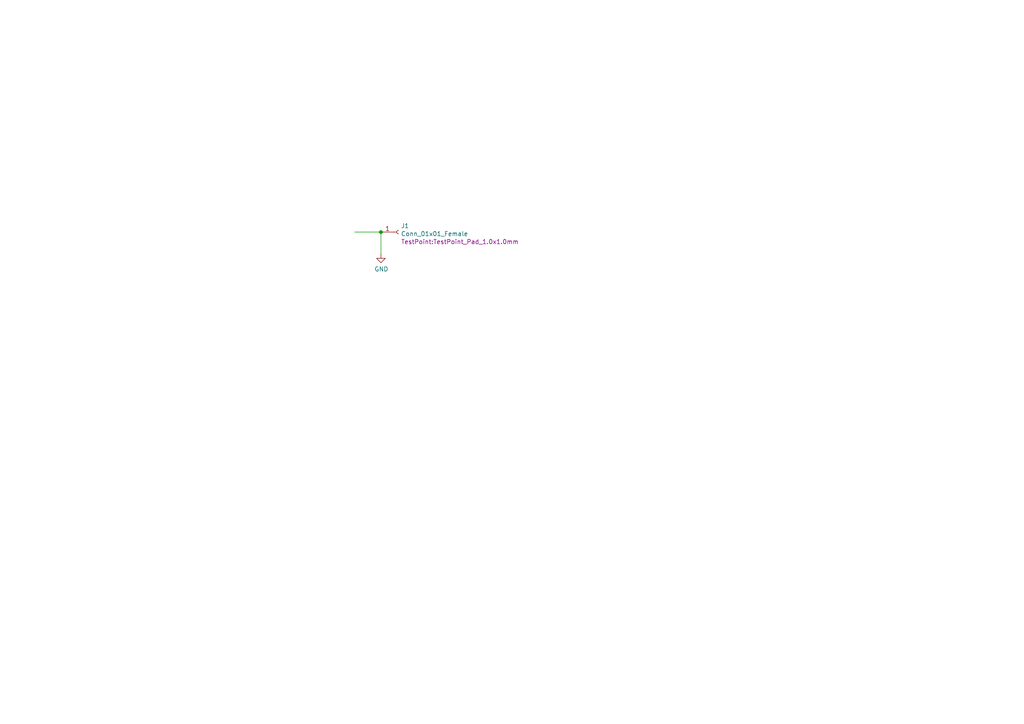
<source format=kicad_sch>
(kicad_sch (version 20230121) (generator eeschema)

  (uuid 994ebcf2-7f9b-4ef3-8bdb-be6ed4f41515)

  (paper "A4")

  (title_block
    (date "2023-05-26")
  )

  (lib_symbols
    (symbol "Connector:Conn_01x01_Female" (pin_names (offset 1.016) hide) (in_bom yes) (on_board yes)
      (property "Reference" "J" (at 0 2.54 0)
        (effects (font (size 1.27 1.27)))
      )
      (property "Value" "Conn_01x01_Female" (at 0 -2.54 0)
        (effects (font (size 1.27 1.27)))
      )
      (property "Footprint" "" (at 0 0 0)
        (effects (font (size 1.27 1.27)) hide)
      )
      (property "Datasheet" "~" (at 0 0 0)
        (effects (font (size 1.27 1.27)) hide)
      )
      (property "ki_keywords" "connector" (at 0 0 0)
        (effects (font (size 1.27 1.27)) hide)
      )
      (property "ki_description" "Generic connector, single row, 01x01, script generated (kicad-library-utils/schlib/autogen/connector/)" (at 0 0 0)
        (effects (font (size 1.27 1.27)) hide)
      )
      (property "ki_fp_filters" "Connector*:*" (at 0 0 0)
        (effects (font (size 1.27 1.27)) hide)
      )
      (symbol "Conn_01x01_Female_1_1"
        (polyline
          (pts
            (xy -1.27 0)
            (xy -0.508 0)
          )
          (stroke (width 0.1524) (type default))
          (fill (type none))
        )
        (arc (start 0 0.508) (mid -0.5058 0) (end 0 -0.508)
          (stroke (width 0.1524) (type default))
          (fill (type none))
        )
        (pin passive line (at -5.08 0 0) (length 3.81)
          (name "Pin_1" (effects (font (size 1.27 1.27))))
          (number "1" (effects (font (size 1.27 1.27))))
        )
      )
    )
    (symbol "power:GND" (power) (pin_names (offset 0)) (in_bom yes) (on_board yes)
      (property "Reference" "#PWR" (at 0 -6.35 0)
        (effects (font (size 1.27 1.27)) hide)
      )
      (property "Value" "GND" (at 0 -3.81 0)
        (effects (font (size 1.27 1.27)))
      )
      (property "Footprint" "" (at 0 0 0)
        (effects (font (size 1.27 1.27)) hide)
      )
      (property "Datasheet" "" (at 0 0 0)
        (effects (font (size 1.27 1.27)) hide)
      )
      (property "ki_keywords" "power-flag" (at 0 0 0)
        (effects (font (size 1.27 1.27)) hide)
      )
      (property "ki_description" "Power symbol creates a global label with name \"GND\" , ground" (at 0 0 0)
        (effects (font (size 1.27 1.27)) hide)
      )
      (symbol "GND_0_1"
        (polyline
          (pts
            (xy 0 0)
            (xy 0 -1.27)
            (xy 1.27 -1.27)
            (xy 0 -2.54)
            (xy -1.27 -1.27)
            (xy 0 -1.27)
          )
          (stroke (width 0) (type default))
          (fill (type none))
        )
      )
      (symbol "GND_1_1"
        (pin power_in line (at 0 0 270) (length 0) hide
          (name "GND" (effects (font (size 1.27 1.27))))
          (number "1" (effects (font (size 1.27 1.27))))
        )
      )
    )
  )

  (junction (at 110.49 67.31) (diameter 0) (color 0 0 0 0)
    (uuid 7e672b15-1ef4-41f4-a78b-f21c4c9d058c)
  )

  (wire (pts (xy 102.87 67.31) (xy 110.49 67.31))
    (stroke (width 0) (type default))
    (uuid 9b95a9f5-dc64-4caf-be29-c625ad5f3731)
  )
  (wire (pts (xy 110.49 67.31) (xy 110.49 73.66))
    (stroke (width 0) (type default))
    (uuid e3da0878-1739-400d-b650-077c7e098db9)
  )

  (symbol (lib_id "power:GND") (at 110.49 73.66 0) (unit 1)
    (in_bom yes) (on_board yes) (dnp no)
    (uuid 00000000-0000-0000-0000-00005e6d7567)
    (property "Reference" "#PWR0101" (at 110.49 80.01 0)
      (effects (font (size 1.27 1.27)) hide)
    )
    (property "Value" "GND" (at 110.617 78.0542 0)
      (effects (font (size 1.27 1.27)))
    )
    (property "Footprint" "" (at 110.49 73.66 0)
      (effects (font (size 1.27 1.27)) hide)
    )
    (property "Datasheet" "" (at 110.49 73.66 0)
      (effects (font (size 1.27 1.27)) hide)
    )
    (pin "1" (uuid 91ef58d0-1042-439f-901c-be4fcd03a13b))
    (instances
      (project "LeChiffre_Plate"
        (path "/994ebcf2-7f9b-4ef3-8bdb-be6ed4f41515"
          (reference "#PWR0101") (unit 1)
        )
      )
    )
  )

  (symbol (lib_id "Connector:Conn_01x01_Female") (at 115.57 67.31 0) (unit 1)
    (in_bom yes) (on_board yes) (dnp no)
    (uuid 00000000-0000-0000-0000-00005e6da9e2)
    (property "Reference" "J1" (at 116.2812 65.5066 0)
      (effects (font (size 1.27 1.27)) (justify left))
    )
    (property "Value" "Conn_01x01_Female" (at 116.2812 67.818 0)
      (effects (font (size 1.27 1.27)) (justify left))
    )
    (property "Footprint" "TestPoint:TestPoint_Pad_1.0x1.0mm" (at 116.2812 70.1294 0)
      (effects (font (size 1.27 1.27)) (justify left))
    )
    (property "Datasheet" "~" (at 115.57 67.31 0)
      (effects (font (size 1.27 1.27)) hide)
    )
    (pin "1" (uuid 92939764-2cb0-4b31-9788-527ee077ca2a))
    (instances
      (project "LeChiffre_Plate"
        (path "/994ebcf2-7f9b-4ef3-8bdb-be6ed4f41515"
          (reference "J1") (unit 1)
        )
      )
    )
  )

  (sheet_instances
    (path "/" (page "1"))
  )
)

</source>
